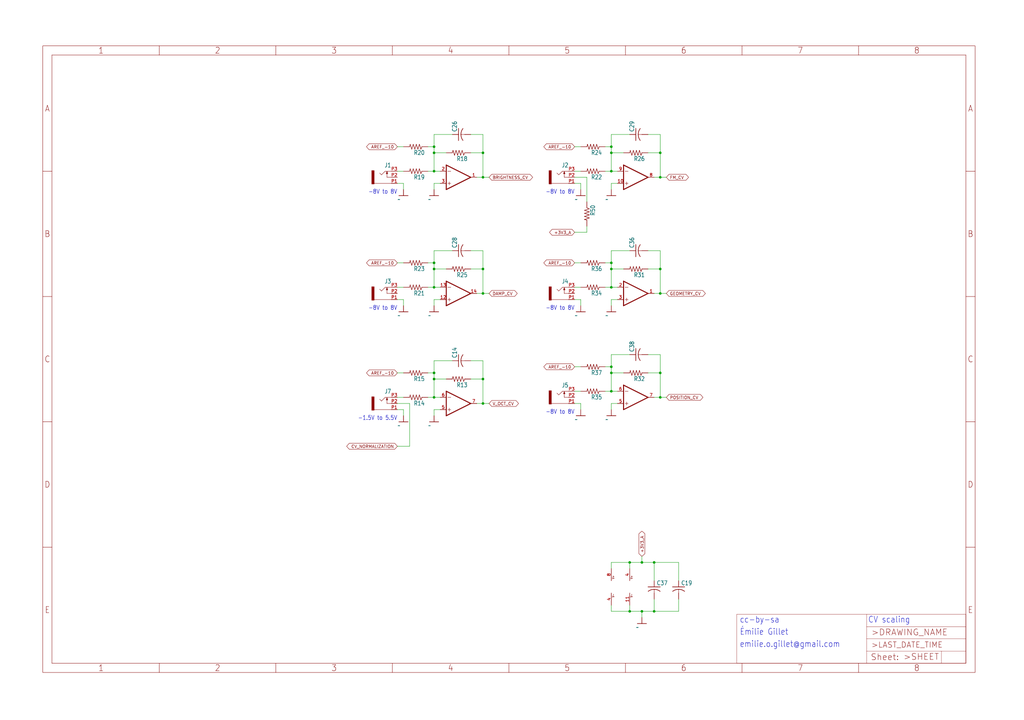
<source format=kicad_sch>
(kicad_sch (version 20211123) (generator eeschema)
  (paper "User" 425.45 299.161)
  (lib_symbols
    (symbol "rings_v30-eagle-import:A3L-LOC"
      (symbol "A3L-LOC_0_0"
        (polyline (pts (xy 0 52.07) (xy 3.81 52.07)))
        (polyline (pts (xy 0 104.14) (xy 3.81 104.14)))
        (polyline (pts (xy 0 156.21) (xy 3.81 156.21)))
        (polyline (pts (xy 0 208.28) (xy 3.81 208.28)))
        (polyline (pts (xy 3.81 3.81) (xy 3.81 256.54)))
        (polyline (pts (xy 48.4188 0) (xy 48.4188 3.81)))
        (polyline (pts (xy 48.4188 256.54) (xy 48.4188 260.35)))
        (polyline (pts (xy 96.8375 0) (xy 96.8375 3.81)))
        (polyline (pts (xy 96.8375 256.54) (xy 96.8375 260.35)))
        (polyline (pts (xy 145.2563 0) (xy 145.2563 3.81)))
        (polyline (pts (xy 145.2563 256.54) (xy 145.2563 260.35)))
        (polyline (pts (xy 193.675 0) (xy 193.675 3.81)))
        (polyline (pts (xy 193.675 256.54) (xy 193.675 260.35)))
        (polyline (pts (xy 242.0938 0) (xy 242.0938 3.81)))
        (polyline (pts (xy 242.0938 256.54) (xy 242.0938 260.35)))
        (polyline (pts (xy 290.5125 0) (xy 290.5125 3.81)))
        (polyline (pts (xy 290.5125 256.54) (xy 290.5125 260.35)))
        (polyline (pts (xy 338.9313 0) (xy 338.9313 3.81)))
        (polyline (pts (xy 338.9313 256.54) (xy 338.9313 260.35)))
        (polyline (pts (xy 383.54 3.81) (xy 3.81 3.81)))
        (polyline (pts (xy 383.54 3.81) (xy 383.54 256.54)))
        (polyline (pts (xy 383.54 52.07) (xy 387.35 52.07)))
        (polyline (pts (xy 383.54 104.14) (xy 387.35 104.14)))
        (polyline (pts (xy 383.54 156.21) (xy 387.35 156.21)))
        (polyline (pts (xy 383.54 208.28) (xy 387.35 208.28)))
        (polyline (pts (xy 383.54 256.54) (xy 3.81 256.54)))
        (polyline (pts (xy 0 0) (xy 387.35 0) (xy 387.35 260.35) (xy 0 260.35) (xy 0 0)))
        (text "1" (at 24.2094 1.905 0) (effects (font (size 2.54 2.286))))
        (text "1" (at 24.2094 258.445 0) (effects (font (size 2.54 2.286))))
        (text "2" (at 72.6281 1.905 0) (effects (font (size 2.54 2.286))))
        (text "2" (at 72.6281 258.445 0) (effects (font (size 2.54 2.286))))
        (text "3" (at 121.0469 1.905 0) (effects (font (size 2.54 2.286))))
        (text "3" (at 121.0469 258.445 0) (effects (font (size 2.54 2.286))))
        (text "4" (at 169.4656 1.905 0) (effects (font (size 2.54 2.286))))
        (text "4" (at 169.4656 258.445 0) (effects (font (size 2.54 2.286))))
        (text "5" (at 217.8844 1.905 0) (effects (font (size 2.54 2.286))))
        (text "5" (at 217.8844 258.445 0) (effects (font (size 2.54 2.286))))
        (text "6" (at 266.3031 1.905 0) (effects (font (size 2.54 2.286))))
        (text "6" (at 266.3031 258.445 0) (effects (font (size 2.54 2.286))))
        (text "7" (at 314.7219 1.905 0) (effects (font (size 2.54 2.286))))
        (text "7" (at 314.7219 258.445 0) (effects (font (size 2.54 2.286))))
        (text "8" (at 363.1406 1.905 0) (effects (font (size 2.54 2.286))))
        (text "8" (at 363.1406 258.445 0) (effects (font (size 2.54 2.286))))
        (text "A" (at 1.905 234.315 0) (effects (font (size 2.54 2.286))))
        (text "A" (at 385.445 234.315 0) (effects (font (size 2.54 2.286))))
        (text "B" (at 1.905 182.245 0) (effects (font (size 2.54 2.286))))
        (text "B" (at 385.445 182.245 0) (effects (font (size 2.54 2.286))))
        (text "C" (at 1.905 130.175 0) (effects (font (size 2.54 2.286))))
        (text "C" (at 385.445 130.175 0) (effects (font (size 2.54 2.286))))
        (text "D" (at 1.905 78.105 0) (effects (font (size 2.54 2.286))))
        (text "D" (at 385.445 78.105 0) (effects (font (size 2.54 2.286))))
        (text "E" (at 1.905 26.035 0) (effects (font (size 2.54 2.286))))
        (text "E" (at 385.445 26.035 0) (effects (font (size 2.54 2.286))))
      )
      (symbol "A3L-LOC_1_0"
        (polyline (pts (xy 288.29 3.81) (xy 288.29 24.13)) (stroke (width 0.1016)))
        (polyline (pts (xy 288.29 3.81) (xy 342.265 3.81)) (stroke (width 0.1016)))
        (polyline (pts (xy 288.29 24.13) (xy 342.265 24.13)) (stroke (width 0.1016)))
        (polyline (pts (xy 342.265 3.81) (xy 373.38 3.81)) (stroke (width 0.1016)))
        (polyline (pts (xy 342.265 8.89) (xy 342.265 3.81)) (stroke (width 0.1016)))
        (polyline (pts (xy 342.265 8.89) (xy 342.265 13.97)) (stroke (width 0.1016)))
        (polyline (pts (xy 342.265 13.97) (xy 342.265 19.05)) (stroke (width 0.1016)))
        (polyline (pts (xy 342.265 13.97) (xy 383.54 13.97)) (stroke (width 0.1016)))
        (polyline (pts (xy 342.265 19.05) (xy 342.265 24.13)) (stroke (width 0.1016)))
        (polyline (pts (xy 342.265 19.05) (xy 383.54 19.05)) (stroke (width 0.1016)))
        (polyline (pts (xy 342.265 24.13) (xy 383.54 24.13)) (stroke (width 0.1016)))
        (polyline (pts (xy 373.38 3.81) (xy 373.38 8.89)) (stroke (width 0.1016)))
        (polyline (pts (xy 373.38 3.81) (xy 383.54 3.81)) (stroke (width 0.1016)))
        (polyline (pts (xy 373.38 8.89) (xy 342.265 8.89)) (stroke (width 0.1016)))
        (polyline (pts (xy 373.38 8.89) (xy 383.54 8.89)) (stroke (width 0.1016)))
        (polyline (pts (xy 383.54 3.81) (xy 383.54 8.89)) (stroke (width 0.1016)))
        (polyline (pts (xy 383.54 8.89) (xy 383.54 13.97)) (stroke (width 0.1016)))
        (polyline (pts (xy 383.54 13.97) (xy 383.54 19.05)) (stroke (width 0.1016)))
        (polyline (pts (xy 383.54 19.05) (xy 383.54 24.13)) (stroke (width 0.1016)))
        (text ">DRAWING_NAME" (at 344.17 15.24 0) (effects (font (size 2.54 2.54)) (justify left bottom)))
        (text ">LAST_DATE_TIME" (at 344.17 10.16 0) (effects (font (size 2.286 2.286)) (justify left bottom)))
        (text ">SHEET" (at 357.505 5.08 0) (effects (font (size 2.54 2.54)) (justify left bottom)))
        (text "Sheet:" (at 343.916 4.953 0) (effects (font (size 2.54 2.54)) (justify left bottom)))
      )
    )
    (symbol "rings_v30-eagle-import:C-USC0603"
      (property "Reference" "C" (at 1.016 0.635 0))
      (property "Value" "C-USC0603" (at 1.016 -4.191 0))
      (symbol "C-USC0603_1_0"
        (arc (start 0 -1.0161) (mid -1.302 -1.2303) (end -2.4668 -1.8504) (stroke (width 0.254)))
        (polyline (pts (xy -2.54 0) (xy 2.54 0)) (stroke (width 0.254)))
        (polyline (pts (xy 0 -1.016) (xy 0 -2.54)) (stroke (width 0.1524)))
        (arc (start 2.4892 -1.8542) (mid 1.3158 -1.2195) (end 0 -1) (stroke (width 0.254)))
        (pin passive line (at 0 2.54 270) (length 2.54) (name "1") (number "1"))
        (pin passive line (at 0 -5.08 90) (length 2.54) (name "2") (number "2"))
      )
    )
    (symbol "rings_v30-eagle-import:GND" (power)
      (property "Value" "GND" (at -2.54 -2.54 0))
      (symbol "GND_1_0"
        (polyline (pts (xy -1.905 0) (xy 1.905 0)) (stroke (width 0.254)))
        (pin power_in line (at 0 2.54 270) (length 2.54) (name "GND") (number "1"))
      )
    )
    (symbol "rings_v30-eagle-import:PJ301_THONKICONN6"
      (property "Reference" "J" (at -2.54 4.064 0))
      (symbol "PJ301_THONKICONN6_1_0"
        (polyline (pts (xy -2.54 -2.54) (xy 4.572 -2.54)) (stroke (width 0.1524)))
        (polyline (pts (xy -2.54 0) (xy -0.762 0)) (stroke (width 0.1524)))
        (polyline (pts (xy -2.54 2.54) (xy 0 2.54)) (stroke (width 0.1524)))
        (polyline (pts (xy -1.016 1.524) (xy -0.508 1.524)) (stroke (width 0.254)))
        (polyline (pts (xy -0.762 0) (xy -0.762 2.286)) (stroke (width 0.1524)))
        (polyline (pts (xy -0.762 2.286) (xy -1.016 1.524)) (stroke (width 0.254)))
        (polyline (pts (xy -0.508 1.524) (xy -0.762 2.286)) (stroke (width 0.254)))
        (polyline (pts (xy 0 2.54) (xy 1.524 1.016)) (stroke (width 0.1524)))
        (polyline (pts (xy 1.524 1.016) (xy 2.286 1.778)) (stroke (width 0.1524)))
        (rectangle (start 4.572 2.794) (end 5.588 -2.794) (fill (type outline)))
        (pin passive line (at -5.08 -2.54 0) (length 2.54) (name "1") (number "P1"))
        (pin passive line (at -5.08 0 0) (length 2.54) (name "2") (number "P2"))
        (pin passive line (at -5.08 2.54 0) (length 2.54) (name "3") (number "P3"))
      )
    )
    (symbol "rings_v30-eagle-import:R-US_R0603"
      (property "Reference" "R" (at -3.81 1.4986 0))
      (property "Value" "R-US_R0603" (at -3.81 -3.302 0))
      (symbol "R-US_R0603_1_0"
        (polyline (pts (xy -2.54 0) (xy -2.159 1.016)) (stroke (width 0.2032)))
        (polyline (pts (xy -2.159 1.016) (xy -1.524 -1.016)) (stroke (width 0.2032)))
        (polyline (pts (xy -1.524 -1.016) (xy -0.889 1.016)) (stroke (width 0.2032)))
        (polyline (pts (xy -0.889 1.016) (xy -0.254 -1.016)) (stroke (width 0.2032)))
        (polyline (pts (xy -0.254 -1.016) (xy 0.381 1.016)) (stroke (width 0.2032)))
        (polyline (pts (xy 0.381 1.016) (xy 1.016 -1.016)) (stroke (width 0.2032)))
        (polyline (pts (xy 1.016 -1.016) (xy 1.651 1.016)) (stroke (width 0.2032)))
        (polyline (pts (xy 1.651 1.016) (xy 2.286 -1.016)) (stroke (width 0.2032)))
        (polyline (pts (xy 2.286 -1.016) (xy 2.54 0)) (stroke (width 0.2032)))
        (pin passive line (at -5.08 0 0) (length 2.54) (name "1") (number "1"))
        (pin passive line (at 5.08 0 180) (length 2.54) (name "2") (number "2"))
      )
    )
    (symbol "rings_v30-eagle-import:TL072D"
      (symbol "TL072D_1_0"
        (polyline (pts (xy -5.08 -5.08) (xy 5.08 0)) (stroke (width 0.4064)))
        (polyline (pts (xy -5.08 5.08) (xy -5.08 -5.08)) (stroke (width 0.4064)))
        (polyline (pts (xy -4.445 -2.54) (xy -3.175 -2.54)) (stroke (width 0.1524)))
        (polyline (pts (xy -4.445 2.54) (xy -3.175 2.54)) (stroke (width 0.1524)))
        (polyline (pts (xy -3.81 3.175) (xy -3.81 1.905)) (stroke (width 0.1524)))
        (polyline (pts (xy 5.08 0) (xy -5.08 5.08)) (stroke (width 0.4064)))
        (pin output line (at 7.62 0 180) (length 2.54) (name "OUT") (number "1"))
        (pin input line (at -7.62 -2.54 0) (length 2.54) (name "-IN") (number "2"))
        (pin input line (at -7.62 2.54 0) (length 2.54) (name "+IN") (number "3"))
      )
      (symbol "TL072D_2_0"
        (polyline (pts (xy -5.08 -5.08) (xy 5.08 0)) (stroke (width 0.4064)))
        (polyline (pts (xy -5.08 5.08) (xy -5.08 -5.08)) (stroke (width 0.4064)))
        (polyline (pts (xy -4.445 -2.54) (xy -3.175 -2.54)) (stroke (width 0.1524)))
        (polyline (pts (xy -4.445 2.54) (xy -3.175 2.54)) (stroke (width 0.1524)))
        (polyline (pts (xy -3.81 3.175) (xy -3.81 1.905)) (stroke (width 0.1524)))
        (polyline (pts (xy 5.08 0) (xy -5.08 5.08)) (stroke (width 0.4064)))
        (pin input line (at -7.62 2.54 0) (length 2.54) (name "+IN") (number "5"))
        (pin input line (at -7.62 -2.54 0) (length 2.54) (name "-IN") (number "6"))
        (pin output line (at 7.62 0 180) (length 2.54) (name "OUT") (number "7"))
      )
      (symbol "TL072D_3_0"
        (text "V+" (at 1.27 3.175 900) (effects (font (size 0.8128 0.6908)) (justify left bottom)))
        (text "V-" (at 1.27 -4.445 900) (effects (font (size 0.8128 0.6908)) (justify left bottom)))
        (pin power_in line (at 0 -7.62 90) (length 5.08) (name "V-") (number "4"))
        (pin power_in line (at 0 7.62 270) (length 5.08) (name "V+") (number "8"))
      )
    )
    (symbol "rings_v30-eagle-import:TL074D"
      (symbol "TL074D_1_0"
        (polyline (pts (xy -5.08 -5.08) (xy 5.08 0)) (stroke (width 0.4064)))
        (polyline (pts (xy -5.08 5.08) (xy -5.08 -5.08)) (stroke (width 0.4064)))
        (polyline (pts (xy -4.445 -2.54) (xy -3.175 -2.54)) (stroke (width 0.1524)))
        (polyline (pts (xy -4.445 2.54) (xy -3.175 2.54)) (stroke (width 0.1524)))
        (polyline (pts (xy -3.81 3.175) (xy -3.81 1.905)) (stroke (width 0.1524)))
        (polyline (pts (xy 5.08 0) (xy -5.08 5.08)) (stroke (width 0.4064)))
        (pin output line (at 7.62 0 180) (length 2.54) (name "OUT") (number "1"))
        (pin input line (at -7.62 -2.54 0) (length 2.54) (name "-IN") (number "2"))
        (pin input line (at -7.62 2.54 0) (length 2.54) (name "+IN") (number "3"))
      )
      (symbol "TL074D_2_0"
        (polyline (pts (xy -5.08 -5.08) (xy 5.08 0)) (stroke (width 0.4064)))
        (polyline (pts (xy -5.08 5.08) (xy -5.08 -5.08)) (stroke (width 0.4064)))
        (polyline (pts (xy -4.445 -2.54) (xy -3.175 -2.54)) (stroke (width 0.1524)))
        (polyline (pts (xy -4.445 2.54) (xy -3.175 2.54)) (stroke (width 0.1524)))
        (polyline (pts (xy -3.81 3.175) (xy -3.81 1.905)) (stroke (width 0.1524)))
        (polyline (pts (xy 5.08 0) (xy -5.08 5.08)) (stroke (width 0.4064)))
        (pin input line (at -7.62 2.54 0) (length 2.54) (name "+IN") (number "5"))
        (pin input line (at -7.62 -2.54 0) (length 2.54) (name "-IN") (number "6"))
        (pin output line (at 7.62 0 180) (length 2.54) (name "OUT") (number "7"))
      )
      (symbol "TL074D_3_0"
        (polyline (pts (xy -5.08 -5.08) (xy 5.08 0)) (stroke (width 0.4064)))
        (polyline (pts (xy -5.08 5.08) (xy -5.08 -5.08)) (stroke (width 0.4064)))
        (polyline (pts (xy -4.445 -2.54) (xy -3.175 -2.54)) (stroke (width 0.1524)))
        (polyline (pts (xy -4.445 2.54) (xy -3.175 2.54)) (stroke (width 0.1524)))
        (polyline (pts (xy -3.81 3.175) (xy -3.81 1.905)) (stroke (width 0.1524)))
        (polyline (pts (xy 5.08 0) (xy -5.08 5.08)) (stroke (width 0.4064)))
        (pin input line (at -7.62 2.54 0) (length 2.54) (name "+IN") (number "10"))
        (pin output line (at 7.62 0 180) (length 2.54) (name "OUT") (number "8"))
        (pin input line (at -7.62 -2.54 0) (length 2.54) (name "-IN") (number "9"))
      )
      (symbol "TL074D_4_0"
        (polyline (pts (xy -5.08 -5.08) (xy 5.08 0)) (stroke (width 0.4064)))
        (polyline (pts (xy -5.08 5.08) (xy -5.08 -5.08)) (stroke (width 0.4064)))
        (polyline (pts (xy -4.445 -2.54) (xy -3.175 -2.54)) (stroke (width 0.1524)))
        (polyline (pts (xy -4.445 2.54) (xy -3.175 2.54)) (stroke (width 0.1524)))
        (polyline (pts (xy -3.81 3.175) (xy -3.81 1.905)) (stroke (width 0.1524)))
        (polyline (pts (xy 5.08 0) (xy -5.08 5.08)) (stroke (width 0.4064)))
        (pin input line (at -7.62 2.54 0) (length 2.54) (name "+IN") (number "12"))
        (pin input line (at -7.62 -2.54 0) (length 2.54) (name "-IN") (number "13"))
        (pin output line (at 7.62 0 180) (length 2.54) (name "OUT") (number "14"))
      )
      (symbol "TL074D_5_0"
        (text "V+" (at 1.27 3.175 900) (effects (font (size 0.8128 0.6908)) (justify left bottom)))
        (text "V-" (at 1.27 -4.445 900) (effects (font (size 0.8128 0.6908)) (justify left bottom)))
        (pin power_in line (at 0 -7.62 90) (length 5.08) (name "V-") (number "11"))
        (pin power_in line (at 0 7.62 270) (length 5.08) (name "V+") (number "4"))
      )
    )
  )
  (junction (at 180.34 119.38))
  (junction (at 180.34 157.48))
  (junction (at 180.34 165.1))
  (junction (at 254 63.5))
  (junction (at 200.66 121.92))
  (junction (at 266.7 254))
  (junction (at 180.34 111.76))
  (junction (at 180.34 60.96))
  (junction (at 180.34 109.22))
  (junction (at 200.66 167.64))
  (junction (at 200.66 157.48))
  (junction (at 274.32 63.5))
  (junction (at 180.34 63.5))
  (junction (at 254 109.22))
  (junction (at 254 162.56))
  (junction (at 266.7 233.68))
  (junction (at 274.32 154.94))
  (junction (at 254 111.76))
  (junction (at 180.34 71.12))
  (junction (at 200.66 73.66))
  (junction (at 200.66 111.76))
  (junction (at 274.32 73.66))
  (junction (at 254 60.96))
  (junction (at 254 154.94))
  (junction (at 200.66 63.5))
  (junction (at 274.32 121.92))
  (junction (at 271.78 254))
  (junction (at 261.62 233.68))
  (junction (at 254 152.4))
  (junction (at 254 71.12))
  (junction (at 261.62 254))
  (junction (at 254 119.38))
  (junction (at 274.32 111.76))
  (junction (at 271.78 233.68))
  (junction (at 180.34 154.94))
  (junction (at 274.32 165.1))
  (wire (pts (xy 238.76 109.22) (xy 241.3 109.22)))
  (wire (pts (xy 182.88 124.46) (xy 180.34 124.46)))
  (wire (pts (xy 195.58 104.14) (xy 200.66 104.14)))
  (wire (pts (xy 165.1 154.94) (xy 167.64 154.94)))
  (wire (pts (xy 180.34 71.12) (xy 182.88 71.12)))
  (wire (pts (xy 187.96 149.86) (xy 180.34 149.86)))
  (wire (pts (xy 185.42 157.48) (xy 180.34 157.48)))
  (wire (pts (xy 266.7 233.68) (xy 271.78 233.68)))
  (wire (pts (xy 187.96 55.88) (xy 180.34 55.88)))
  (wire (pts (xy 167.64 124.46) (xy 167.64 127)))
  (wire (pts (xy 254 111.76) (xy 254 119.38)))
  (wire (pts (xy 266.7 254) (xy 271.78 254)))
  (wire (pts (xy 185.42 111.76) (xy 180.34 111.76)))
  (wire (pts (xy 261.62 254) (xy 266.7 254)))
  (wire (pts (xy 254 60.96) (xy 254 63.5)))
  (wire (pts (xy 251.46 71.12) (xy 254 71.12)))
  (wire (pts (xy 177.8 60.96) (xy 180.34 60.96)))
  (wire (pts (xy 200.66 167.64) (xy 203.2 167.64)))
  (wire (pts (xy 185.42 63.5) (xy 180.34 63.5)))
  (wire (pts (xy 251.46 60.96) (xy 254 60.96)))
  (wire (pts (xy 274.32 55.88) (xy 274.32 63.5)))
  (wire (pts (xy 200.66 55.88) (xy 200.66 63.5)))
  (wire (pts (xy 269.24 147.32) (xy 274.32 147.32)))
  (wire (pts (xy 165.1 167.64) (xy 170.18 167.64)))
  (wire (pts (xy 165.1 165.1) (xy 167.64 165.1)))
  (wire (pts (xy 165.1 124.46) (xy 167.64 124.46)))
  (wire (pts (xy 200.66 121.92) (xy 198.12 121.92)))
  (wire (pts (xy 266.7 233.68) (xy 266.7 231.14)))
  (wire (pts (xy 200.66 73.66) (xy 203.2 73.66)))
  (wire (pts (xy 254 167.64) (xy 254 170.18)))
  (wire (pts (xy 165.1 119.38) (xy 167.64 119.38)))
  (wire (pts (xy 180.34 157.48) (xy 180.34 165.1)))
  (wire (pts (xy 200.66 104.14) (xy 200.66 111.76)))
  (wire (pts (xy 254 104.14) (xy 254 109.22)))
  (wire (pts (xy 261.62 55.88) (xy 254 55.88)))
  (wire (pts (xy 180.34 154.94) (xy 180.34 157.48)))
  (wire (pts (xy 274.32 73.66) (xy 271.78 73.66)))
  (wire (pts (xy 200.66 157.48) (xy 200.66 167.64)))
  (wire (pts (xy 177.8 109.22) (xy 180.34 109.22)))
  (wire (pts (xy 254 119.38) (xy 256.54 119.38)))
  (wire (pts (xy 254 76.2) (xy 254 78.74)))
  (wire (pts (xy 261.62 233.68) (xy 266.7 233.68)))
  (wire (pts (xy 177.8 71.12) (xy 180.34 71.12)))
  (wire (pts (xy 271.78 233.68) (xy 281.94 233.68)))
  (wire (pts (xy 269.24 104.14) (xy 274.32 104.14)))
  (wire (pts (xy 254 162.56) (xy 256.54 162.56)))
  (wire (pts (xy 180.34 111.76) (xy 180.34 119.38)))
  (wire (pts (xy 251.46 119.38) (xy 254 119.38)))
  (wire (pts (xy 261.62 251.46) (xy 261.62 254)))
  (wire (pts (xy 182.88 170.18) (xy 180.34 170.18)))
  (wire (pts (xy 180.34 170.18) (xy 180.34 172.72)))
  (wire (pts (xy 180.34 165.1) (xy 182.88 165.1)))
  (wire (pts (xy 269.24 63.5) (xy 274.32 63.5)))
  (wire (pts (xy 241.3 167.64) (xy 241.3 170.18)))
  (wire (pts (xy 261.62 236.22) (xy 261.62 233.68)))
  (wire (pts (xy 165.1 60.96) (xy 167.64 60.96)))
  (wire (pts (xy 269.24 55.88) (xy 274.32 55.88)))
  (wire (pts (xy 200.66 121.92) (xy 203.2 121.92)))
  (wire (pts (xy 243.84 73.66) (xy 238.76 73.66)))
  (wire (pts (xy 238.76 167.64) (xy 241.3 167.64)))
  (wire (pts (xy 187.96 104.14) (xy 180.34 104.14)))
  (wire (pts (xy 269.24 154.94) (xy 274.32 154.94)))
  (wire (pts (xy 281.94 254) (xy 281.94 248.92)))
  (wire (pts (xy 271.78 233.68) (xy 271.78 241.3)))
  (wire (pts (xy 177.8 165.1) (xy 180.34 165.1)))
  (wire (pts (xy 200.66 167.64) (xy 198.12 167.64)))
  (wire (pts (xy 274.32 104.14) (xy 274.32 111.76)))
  (wire (pts (xy 254 147.32) (xy 254 152.4)))
  (wire (pts (xy 180.34 63.5) (xy 180.34 71.12)))
  (wire (pts (xy 167.64 170.18) (xy 167.64 172.72)))
  (wire (pts (xy 238.76 119.38) (xy 241.3 119.38)))
  (wire (pts (xy 238.76 124.46) (xy 241.3 124.46)))
  (wire (pts (xy 180.34 124.46) (xy 180.34 127)))
  (wire (pts (xy 241.3 124.46) (xy 241.3 127)))
  (wire (pts (xy 251.46 152.4) (xy 254 152.4)))
  (wire (pts (xy 254 254) (xy 261.62 254)))
  (wire (pts (xy 180.34 104.14) (xy 180.34 109.22)))
  (wire (pts (xy 200.66 149.86) (xy 200.66 157.48)))
  (wire (pts (xy 238.76 60.96) (xy 241.3 60.96)))
  (wire (pts (xy 170.18 167.64) (xy 170.18 185.42)))
  (wire (pts (xy 261.62 147.32) (xy 254 147.32)))
  (wire (pts (xy 200.66 63.5) (xy 200.66 73.66)))
  (wire (pts (xy 274.32 121.92) (xy 271.78 121.92)))
  (wire (pts (xy 243.84 96.52) (xy 243.84 93.98)))
  (wire (pts (xy 254 233.68) (xy 261.62 233.68)))
  (wire (pts (xy 243.84 83.82) (xy 243.84 73.66)))
  (wire (pts (xy 274.32 73.66) (xy 276.86 73.66)))
  (wire (pts (xy 195.58 157.48) (xy 200.66 157.48)))
  (wire (pts (xy 165.1 76.2) (xy 167.64 76.2)))
  (wire (pts (xy 200.66 73.66) (xy 198.12 73.66)))
  (wire (pts (xy 254 251.46) (xy 254 254)))
  (wire (pts (xy 165.1 71.12) (xy 167.64 71.12)))
  (wire (pts (xy 238.76 162.56) (xy 241.3 162.56)))
  (wire (pts (xy 259.08 63.5) (xy 254 63.5)))
  (wire (pts (xy 195.58 111.76) (xy 200.66 111.76)))
  (wire (pts (xy 238.76 76.2) (xy 241.3 76.2)))
  (wire (pts (xy 238.76 71.12) (xy 241.3 71.12)))
  (wire (pts (xy 243.84 96.52) (xy 238.76 96.52)))
  (wire (pts (xy 177.8 119.38) (xy 180.34 119.38)))
  (wire (pts (xy 274.32 63.5) (xy 274.32 73.66)))
  (wire (pts (xy 165.1 170.18) (xy 167.64 170.18)))
  (wire (pts (xy 254 63.5) (xy 254 71.12)))
  (wire (pts (xy 251.46 162.56) (xy 254 162.56)))
  (wire (pts (xy 254 154.94) (xy 254 162.56)))
  (wire (pts (xy 256.54 76.2) (xy 254 76.2)))
  (wire (pts (xy 274.32 121.92) (xy 276.86 121.92)))
  (wire (pts (xy 254 124.46) (xy 254 127)))
  (wire (pts (xy 271.78 248.92) (xy 271.78 254)))
  (wire (pts (xy 251.46 109.22) (xy 254 109.22)))
  (wire (pts (xy 180.34 109.22) (xy 180.34 111.76)))
  (wire (pts (xy 256.54 124.46) (xy 254 124.46)))
  (wire (pts (xy 266.7 254) (xy 266.7 256.54)))
  (wire (pts (xy 200.66 111.76) (xy 200.66 121.92)))
  (wire (pts (xy 274.32 165.1) (xy 276.86 165.1)))
  (wire (pts (xy 256.54 167.64) (xy 254 167.64)))
  (wire (pts (xy 241.3 76.2) (xy 241.3 78.74)))
  (wire (pts (xy 274.32 147.32) (xy 274.32 154.94)))
  (wire (pts (xy 259.08 154.94) (xy 254 154.94)))
  (wire (pts (xy 180.34 149.86) (xy 180.34 154.94)))
  (wire (pts (xy 180.34 60.96) (xy 180.34 63.5)))
  (wire (pts (xy 259.08 111.76) (xy 254 111.76)))
  (wire (pts (xy 254 55.88) (xy 254 60.96)))
  (wire (pts (xy 195.58 55.88) (xy 200.66 55.88)))
  (wire (pts (xy 281.94 233.68) (xy 281.94 241.3)))
  (wire (pts (xy 254 109.22) (xy 254 111.76)))
  (wire (pts (xy 238.76 152.4) (xy 241.3 152.4)))
  (wire (pts (xy 167.64 76.2) (xy 167.64 78.74)))
  (wire (pts (xy 254 71.12) (xy 256.54 71.12)))
  (wire (pts (xy 167.64 109.22) (xy 165.1 109.22)))
  (wire (pts (xy 261.62 104.14) (xy 254 104.14)))
  (wire (pts (xy 180.34 55.88) (xy 180.34 60.96)))
  (wire (pts (xy 271.78 254) (xy 281.94 254)))
  (wire (pts (xy 269.24 111.76) (xy 274.32 111.76)))
  (wire (pts (xy 182.88 76.2) (xy 180.34 76.2)))
  (wire (pts (xy 180.34 76.2) (xy 180.34 78.74)))
  (wire (pts (xy 195.58 149.86) (xy 200.66 149.86)))
  (wire (pts (xy 170.18 185.42) (xy 165.1 185.42)))
  (wire (pts (xy 254 236.22) (xy 254 233.68)))
  (wire (pts (xy 177.8 154.94) (xy 180.34 154.94)))
  (wire (pts (xy 274.32 154.94) (xy 274.32 165.1)))
  (wire (pts (xy 254 152.4) (xy 254 154.94)))
  (wire (pts (xy 274.32 165.1) (xy 271.78 165.1)))
  (wire (pts (xy 274.32 111.76) (xy 274.32 121.92)))
  (wire (pts (xy 180.34 119.38) (xy 182.88 119.38)))
  (wire (pts (xy 195.58 63.5) (xy 200.66 63.5)))
  (text "-8V to 8V" (at 238.76 78.74 180) (effects (font (size 1.778 1.5113)) (justify right top)))
  (text "-8V to 8V" (at 165.1 127 180) (effects (font (size 1.778 1.5113)) (justify right top)))
  (text "-8V to 8V" (at 238.76 170.18 180) (effects (font (size 1.778 1.5113)) (justify right top)))
  (text "Émilie Gillet" (at 307.34 264.16 180) (effects (font (size 2.54 2.159)) (justify left bottom)))
  (text "-1.5V to 5.5V" (at 165.1 172.72 180) (effects (font (size 1.778 1.5113)) (justify right top)))
  (text "cc-by-sa" (at 307.34 259.08 180) (effects (font (size 2.54 2.159)) (justify left bottom)))
  (text "-8V to 8V" (at 238.76 127 180) (effects (font (size 1.778 1.5113)) (justify right top)))
  (text "CV scaling" (at 360.68 259.08 180) (effects (font (size 2.54 2.159)) (justify left bottom)))
  (text "emilie.o.gillet@gmail.com" (at 307.34 269.24 180) (effects (font (size 2.54 2.159)) (justify left bottom)))
  (text "-8V to 8V" (at 165.1 78.74 180) (effects (font (size 1.778 1.5113)) (justify right top)))
  (global_label "BRIGHTNESS_CV" (shape bidirectional) (at 203.2 73.66 0) (effects (font (size 1.2446 1.2446))) (property "Intersheet References" "${INTERSHEET_REFS}" (effects hide)))
  (global_label "DAMP_CV" (shape bidirectional) (at 203.2 121.92 0) (effects (font (size 1.2446 1.2446))) (property "Intersheet References" "${INTERSHEET_REFS}" (effects hide)))
  (global_label "CV_NORMALIZATION" (shape bidirectional) (at 165.1 185.42 180) (effects (font (size 1.2446 1.2446))) (property "Intersheet References" "${INTERSHEET_REFS}" (effects hide)))
  (global_label "POSITION_CV" (shape bidirectional) (at 276.86 165.1 0) (effects (font (size 1.2446 1.2446))) (property "Intersheet References" "${INTERSHEET_REFS}" (effects hide)))
  (global_label "AREF_-10" (shape bidirectional) (at 238.76 60.96 180) (effects (font (size 1.2446 1.2446))) (property "Intersheet References" "${INTERSHEET_REFS}" (effects hide)))
  (global_label "AREF_-10" (shape bidirectional) (at 165.1 60.96 180) (effects (font (size 1.2446 1.2446))) (property "Intersheet References" "${INTERSHEET_REFS}" (effects hide)))
  (global_label "AREF_-10" (shape bidirectional) (at 238.76 152.4 180) (effects (font (size 1.2446 1.2446))) (property "Intersheet References" "${INTERSHEET_REFS}" (effects hide)))
  (global_label "AREF_-10" (shape bidirectional) (at 165.1 109.22 180) (effects (font (size 1.2446 1.2446))) (property "Intersheet References" "${INTERSHEET_REFS}" (effects hide)))
  (global_label "V_OCT_CV" (shape bidirectional) (at 203.2 167.64 0) (effects (font (size 1.2446 1.2446))) (property "Intersheet References" "${INTERSHEET_REFS}" (effects hide)))
  (global_label "+3V3_A" (shape bidirectional) (at 266.7 231.14 90) (effects (font (size 1.2446 1.2446))) (property "Intersheet References" "${INTERSHEET_REFS}" (effects hide)))
  (global_label "FM_CV" (shape bidirectional) (at 276.86 73.66 0) (effects (font (size 1.2446 1.2446))) (property "Intersheet References" "${INTERSHEET_REFS}" (effects hide)))
  (global_label "AREF_-10" (shape bidirectional) (at 238.76 109.22 180) (effects (font (size 1.2446 1.2446))) (property "Intersheet References" "${INTERSHEET_REFS}" (effects hide)))
  (global_label "AREF_-10" (shape bidirectional) (at 165.1 154.94 180) (effects (font (size 1.2446 1.2446))) (property "Intersheet References" "${INTERSHEET_REFS}" (effects hide)))
  (global_label "GEOMETRY_CV" (shape bidirectional) (at 276.86 121.92 0) (effects (font (size 1.2446 1.2446))) (property "Intersheet References" "${INTERSHEET_REFS}" (effects hide)))
  (global_label "+3V3_A" (shape bidirectional) (at 238.76 96.52 180) (effects (font (size 1.2446 1.2446))) (property "Intersheet References" "${INTERSHEET_REFS}" (effects hide)))
  (symbol (lib_id "rings_v30-eagle-import:R-US_R0603") (at 172.72 60.96 180) (unit 1)
    (property "Reference" "R20" (at 176.53 62.4586 0) (effects (font (size 1.778 1.5113)) (justify left bottom)))
  )
  (symbol (lib_id "rings_v30-eagle-import:GND") (at 180.34 129.54 0) (unit 1)
    (property "Reference" "#GND11" (effects hide))
  )
  (symbol (lib_id "rings_v30-eagle-import:R-US_R0603") (at 190.5 63.5 180) (unit 1)
    (property "Reference" "R18" (at 194.31 64.9986 0) (effects (font (size 1.778 1.5113)) (justify left bottom)))
  )
  (symbol (lib_id "rings_v30-eagle-import:R-US_R0603") (at 246.38 109.22 180) (unit 1)
    (property "Reference" "R36" (at 250.19 110.7186 0) (effects (font (size 1.778 1.5113)) (justify left bottom)))
  )
  (symbol (lib_id "rings_v30-eagle-import:R-US_R0603") (at 246.38 60.96 180) (unit 1)
    (property "Reference" "R24" (at 250.19 62.4586 0) (effects (font (size 1.778 1.5113)) (justify left bottom)))
  )
  (symbol (lib_id "rings_v30-eagle-import:R-US_R0603") (at 246.38 71.12 180) (unit 1)
    (property "Reference" "R22" (at 250.19 72.6186 0) (effects (font (size 1.778 1.5113)) (justify left bottom)))
  )
  (symbol (lib_id "rings_v30-eagle-import:TL072D") (at 254 243.84 0) (unit 3)
    (property "Reference" "IC5" (effects hide))
  )
  (symbol (lib_id "rings_v30-eagle-import:R-US_R0603") (at 264.16 154.94 180) (unit 1)
    (property "Reference" "R32" (at 267.97 156.4386 0) (effects (font (size 1.778 1.5113)) (justify left bottom)))
  )
  (symbol (lib_id "rings_v30-eagle-import:GND") (at 254 172.72 0) (unit 1)
    (property "Reference" "#GND54" (effects hide))
  )
  (symbol (lib_id "rings_v30-eagle-import:TL074D") (at 264.16 73.66 0) (mirror x) (unit 3)
    (property "Reference" "IC7" (effects hide))
  )
  (symbol (lib_id "rings_v30-eagle-import:R-US_R0603") (at 190.5 157.48 180) (unit 1)
    (property "Reference" "R13" (at 194.31 158.9786 0) (effects (font (size 1.778 1.5113)) (justify left bottom)))
  )
  (symbol (lib_id "rings_v30-eagle-import:TL074D") (at 190.5 121.92 0) (mirror x) (unit 4)
    (property "Reference" "IC7" (effects hide))
  )
  (symbol (lib_id "rings_v30-eagle-import:TL072D") (at 190.5 73.66 0) (mirror x) (unit 1)
    (property "Reference" "IC5" (effects hide))
  )
  (symbol (lib_id "rings_v30-eagle-import:GND") (at 167.64 129.54 0) (unit 1)
    (property "Reference" "#GND7" (effects hide))
  )
  (symbol (lib_id "rings_v30-eagle-import:GND") (at 241.3 81.28 0) (unit 1)
    (property "Reference" "#GND8" (effects hide))
  )
  (symbol (lib_id "rings_v30-eagle-import:PJ301_THONKICONN6") (at 233.68 121.92 0) (mirror y) (unit 1)
    (property "Reference" "J4" (at 236.22 117.856 0) (effects (font (size 1.778 1.5113)) (justify left bottom)))
  )
  (symbol (lib_id "rings_v30-eagle-import:C-USC0603") (at 190.5 149.86 90) (unit 1)
    (property "Reference" "C14" (at 189.865 148.844 0) (effects (font (size 1.778 1.5113)) (justify left bottom)))
  )
  (symbol (lib_id "rings_v30-eagle-import:C-USC0603") (at 264.16 104.14 90) (unit 1)
    (property "Reference" "C36" (at 263.525 103.124 0) (effects (font (size 1.778 1.5113)) (justify left bottom)))
  )
  (symbol (lib_id "rings_v30-eagle-import:A3L-LOC") (at 17.78 279.4 0) (unit 1)
    (property "Reference" "#FRAME5" (effects hide))
  )
  (symbol (lib_id "rings_v30-eagle-import:PJ301_THONKICONN6") (at 160.02 167.64 0) (mirror y) (unit 1)
    (property "Reference" "J7" (at 162.56 163.576 0) (effects (font (size 1.778 1.5113)) (justify left bottom)))
  )
  (symbol (lib_id "rings_v30-eagle-import:TL072D") (at 190.5 167.64 0) (mirror x) (unit 2)
    (property "Reference" "IC5" (effects hide))
  )
  (symbol (lib_id "rings_v30-eagle-import:C-USC0603") (at 190.5 55.88 90) (unit 1)
    (property "Reference" "C26" (at 189.865 54.864 0) (effects (font (size 1.778 1.5113)) (justify left bottom)))
  )
  (symbol (lib_id "rings_v30-eagle-import:R-US_R0603") (at 246.38 119.38 180) (unit 1)
    (property "Reference" "R34" (at 250.19 120.8786 0) (effects (font (size 1.778 1.5113)) (justify left bottom)))
  )
  (symbol (lib_id "rings_v30-eagle-import:GND") (at 180.34 175.26 0) (unit 1)
    (property "Reference" "#GND50" (effects hide))
  )
  (symbol (lib_id "rings_v30-eagle-import:GND") (at 241.3 129.54 0) (unit 1)
    (property "Reference" "#GND6" (effects hide))
  )
  (symbol (lib_id "rings_v30-eagle-import:PJ301_THONKICONN6") (at 160.02 73.66 0) (mirror y) (unit 1)
    (property "Reference" "J1" (at 162.56 69.596 0) (effects (font (size 1.778 1.5113)) (justify left bottom)))
  )
  (symbol (lib_id "rings_v30-eagle-import:GND") (at 167.64 175.26 0) (unit 1)
    (property "Reference" "#GND49" (effects hide))
  )
  (symbol (lib_id "rings_v30-eagle-import:TL074D") (at 261.62 243.84 0) (unit 5)
    (property "Reference" "IC7" (effects hide))
  )
  (symbol (lib_id "rings_v30-eagle-import:R-US_R0603") (at 243.84 88.9 270) (unit 1)
    (property "Reference" "R50" (at 245.3386 85.09 0) (effects (font (size 1.778 1.5113)) (justify left bottom)))
  )
  (symbol (lib_id "rings_v30-eagle-import:GND") (at 167.64 81.28 0) (unit 1)
    (property "Reference" "#GND1" (effects hide))
  )
  (symbol (lib_id "rings_v30-eagle-import:GND") (at 254 129.54 0) (unit 1)
    (property "Reference" "#GND13" (effects hide))
  )
  (symbol (lib_id "rings_v30-eagle-import:C-USC0603") (at 281.94 243.84 0) (unit 1)
    (property "Reference" "C19" (at 282.956 243.205 0) (effects (font (size 1.778 1.5113)) (justify left bottom)))
  )
  (symbol (lib_id "rings_v30-eagle-import:R-US_R0603") (at 264.16 63.5 180) (unit 1)
    (property "Reference" "R26" (at 267.97 64.9986 0) (effects (font (size 1.778 1.5113)) (justify left bottom)))
  )
  (symbol (lib_id "rings_v30-eagle-import:R-US_R0603") (at 172.72 165.1 180) (unit 1)
    (property "Reference" "R14" (at 176.53 166.5986 0) (effects (font (size 1.778 1.5113)) (justify left bottom)))
  )
  (symbol (lib_id "rings_v30-eagle-import:GND") (at 266.7 259.08 0) (unit 1)
    (property "Reference" "#GND28" (effects hide))
  )
  (symbol (lib_id "rings_v30-eagle-import:C-USC0603") (at 271.78 243.84 0) (unit 1)
    (property "Reference" "C37" (at 272.796 243.205 0) (effects (font (size 1.778 1.5113)) (justify left bottom)))
  )
  (symbol (lib_id "rings_v30-eagle-import:R-US_R0603") (at 246.38 152.4 180) (unit 1)
    (property "Reference" "R37" (at 250.19 153.8986 0) (effects (font (size 1.778 1.5113)) (justify left bottom)))
  )
  (symbol (lib_id "rings_v30-eagle-import:GND") (at 254 81.28 0) (unit 1)
    (property "Reference" "#GND9" (effects hide))
  )
  (symbol (lib_id "rings_v30-eagle-import:R-US_R0603") (at 190.5 111.76 180) (unit 1)
    (property "Reference" "R25" (at 194.31 113.2586 0) (effects (font (size 1.778 1.5113)) (justify left bottom)))
  )
  (symbol (lib_id "rings_v30-eagle-import:R-US_R0603") (at 172.72 71.12 180) (unit 1)
    (property "Reference" "R19" (at 176.53 72.6186 0) (effects (font (size 1.778 1.5113)) (justify left bottom)))
  )
  (symbol (lib_id "rings_v30-eagle-import:R-US_R0603") (at 264.16 111.76 180) (unit 1)
    (property "Reference" "R31" (at 267.97 113.2586 0) (effects (font (size 1.778 1.5113)) (justify left bottom)))
  )
  (symbol (lib_id "rings_v30-eagle-import:TL074D") (at 264.16 165.1 0) (mirror x) (unit 2)
    (property "Reference" "IC7" (effects hide))
  )
  (symbol (lib_id "rings_v30-eagle-import:PJ301_THONKICONN6") (at 160.02 121.92 0) (mirror y) (unit 1)
    (property "Reference" "J3" (at 162.56 117.856 0) (effects (font (size 1.778 1.5113)) (justify left bottom)))
  )
  (symbol (lib_id "rings_v30-eagle-import:R-US_R0603") (at 172.72 154.94 180) (unit 1)
    (property "Reference" "R15" (at 176.53 156.4386 0) (effects (font (size 1.778 1.5113)) (justify left bottom)))
  )
  (symbol (lib_id "rings_v30-eagle-import:R-US_R0603") (at 172.72 119.38 180) (unit 1)
    (property "Reference" "R21" (at 176.53 120.8786 0) (effects (font (size 1.778 1.5113)) (justify left bottom)))
  )
  (symbol (lib_id "rings_v30-eagle-import:TL074D") (at 264.16 121.92 0) (mirror x) (unit 1)
    (property "Reference" "IC7" (effects hide))
  )
  (symbol (lib_id "rings_v30-eagle-import:PJ301_THONKICONN6") (at 233.68 165.1 0) (mirror y) (unit 1)
    (property "Reference" "J5" (at 236.22 161.036 0) (effects (font (size 1.778 1.5113)) (justify left bottom)))
  )
  (symbol (lib_id "rings_v30-eagle-import:PJ301_THONKICONN6") (at 233.68 73.66 0) (mirror y) (unit 1)
    (property "Reference" "J2" (at 236.22 69.596 0) (effects (font (size 1.778 1.5113)) (justify left bottom)))
  )
  (symbol (lib_id "rings_v30-eagle-import:C-USC0603") (at 264.16 55.88 90) (unit 1)
    (property "Reference" "C29" (at 263.525 54.864 0) (effects (font (size 1.778 1.5113)) (justify left bottom)))
  )
  (symbol (lib_id "rings_v30-eagle-import:GND") (at 241.3 172.72 0) (unit 1)
    (property "Reference" "#GND53" (effects hide))
  )
  (symbol (lib_id "rings_v30-eagle-import:R-US_R0603") (at 246.38 162.56 180) (unit 1)
    (property "Reference" "R35" (at 250.19 164.0586 0) (effects (font (size 1.778 1.5113)) (justify left bottom)))
  )
  (symbol (lib_id "rings_v30-eagle-import:R-US_R0603") (at 172.72 109.22 180) (unit 1)
    (property "Reference" "R23" (at 176.53 110.7186 0) (effects (font (size 1.778 1.5113)) (justify left bottom)))
  )
  (symbol (lib_id "rings_v30-eagle-import:GND") (at 180.34 81.28 0) (unit 1)
    (property "Reference" "#GND2" (effects hide))
  )
  (symbol (lib_id "rings_v30-eagle-import:C-USC0603") (at 190.5 104.14 90) (unit 1)
    (property "Reference" "C28" (at 189.865 103.124 0) (effects (font (size 1.778 1.5113)) (justify left bottom)))
  )
  (symbol (lib_id "rings_v30-eagle-import:C-USC0603") (at 264.16 147.32 90) (unit 1)
    (property "Reference" "C38" (at 263.525 146.304 0) (effects (font (size 1.778 1.5113)) (justify left bottom)))
  )
)
</source>
